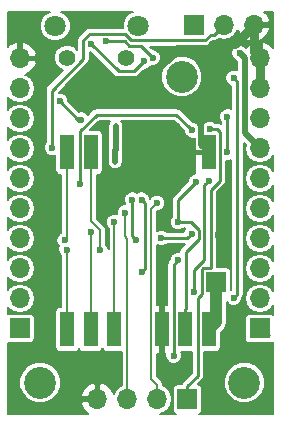
<source format=gbr>
G04 #@! TF.FileFunction,Copper,L2,Bot,Signal*
%FSLAX46Y46*%
G04 Gerber Fmt 4.6, Leading zero omitted, Abs format (unit mm)*
G04 Created by KiCad (PCBNEW 4.0.7-e2-6376~61~ubuntu18.04.1) date Sun Jul  8 15:07:32 2018*
%MOMM*%
%LPD*%
G01*
G04 APERTURE LIST*
%ADD10C,0.100000*%
%ADD11C,1.408000*%
%ADD12C,1.800000*%
%ADD13C,2.700000*%
%ADD14R,1.700000X1.700000*%
%ADD15O,1.700000X1.700000*%
%ADD16R,1.198880X2.999740*%
%ADD17C,0.600000*%
%ADD18C,1.000000*%
%ADD19C,0.500000*%
%ADD20C,0.250000*%
%ADD21C,0.750000*%
%ADD22C,0.200000*%
%ADD23C,1.000000*%
G04 APERTURE END LIST*
D10*
D11*
X116500000Y-132000000D03*
X111500000Y-132000000D03*
D12*
X117500000Y-129300000D03*
X110500000Y-129300000D03*
D13*
X109200000Y-159500000D03*
X126500000Y-159500000D03*
X121200000Y-133600000D03*
D14*
X107500000Y-154900000D03*
D15*
X107500000Y-152360000D03*
X107500000Y-149820000D03*
X107500000Y-147280000D03*
X107500000Y-144740000D03*
X107500000Y-142200000D03*
X107500000Y-139660000D03*
X107500000Y-137120000D03*
X107500000Y-134580000D03*
X107500000Y-132040000D03*
D14*
X127820000Y-154900000D03*
D15*
X127820000Y-152360000D03*
X127820000Y-149820000D03*
X127820000Y-147280000D03*
X127820000Y-144740000D03*
X127820000Y-142200000D03*
X127820000Y-139660000D03*
X127820000Y-137120000D03*
X127820000Y-134580000D03*
X127820000Y-132040000D03*
D14*
X122220000Y-129200000D03*
D15*
X124760000Y-129200000D03*
X127300000Y-129200000D03*
D14*
X121680000Y-160900000D03*
D15*
X119140000Y-160900000D03*
X116600000Y-160900000D03*
X114060000Y-160900000D03*
D14*
X124100000Y-151000000D03*
D16*
X123500000Y-154996160D03*
X121498480Y-154996160D03*
X119499500Y-154996160D03*
X115501540Y-154996160D03*
X113502560Y-154996160D03*
X111501040Y-154996160D03*
X111501040Y-140000000D03*
X113502560Y-140000000D03*
X123500000Y-140000000D03*
D17*
X125047835Y-140000000D03*
X125059481Y-136976997D03*
X112698198Y-137219318D03*
X122442903Y-142473629D03*
X110900000Y-135650000D03*
X120893820Y-145902340D03*
X116500000Y-140800000D03*
X120824274Y-137765965D03*
X124273021Y-147000000D03*
X120500000Y-158900000D03*
X123700000Y-157500000D03*
X110500000Y-145100000D03*
X122799002Y-137550000D03*
X118700000Y-137760000D03*
X119300000Y-148300000D03*
D18*
X113900000Y-133900000D03*
D17*
X123583645Y-138001126D03*
X126100000Y-131600000D03*
X110200000Y-139600000D03*
X118732268Y-131980308D03*
X125600000Y-152300000D03*
X114800000Y-130600000D03*
X125600000Y-133700000D03*
X113500000Y-130800000D03*
X118000000Y-132300000D03*
X123500000Y-142400000D03*
X122200000Y-151800000D03*
X119100000Y-144300000D03*
X116375990Y-145100000D03*
X122085633Y-138144839D03*
X112600000Y-142700000D03*
X115500000Y-145900000D03*
X113500000Y-146700000D03*
X111291520Y-147457063D03*
X111446754Y-148240850D03*
X114300000Y-148300000D03*
X117800000Y-150100000D03*
X117800000Y-144000000D03*
X122027832Y-146875990D03*
X119470028Y-147247488D03*
X117300000Y-147400000D03*
X117000000Y-144000000D03*
X120893820Y-149100200D03*
X120500000Y-157200000D03*
D19*
X115600000Y-139771770D02*
X115600000Y-137800000D01*
X115575560Y-140795320D02*
X115575560Y-139796210D01*
X115575560Y-139796210D02*
X115600000Y-139771770D01*
D20*
X122651834Y-147313169D02*
X121517822Y-148447181D01*
X121517822Y-148447181D02*
X121517822Y-153226948D01*
X122651834Y-146576468D02*
X122651834Y-147313169D01*
X121517822Y-153226948D02*
X121498480Y-153246290D01*
X121498480Y-153246290D02*
X121498480Y-154996160D01*
X120893820Y-145902340D02*
X121977706Y-145902340D01*
X121977706Y-145902340D02*
X122651834Y-146576468D01*
X125059481Y-139988354D02*
X125047835Y-140000000D01*
X125059481Y-136976997D02*
X125059481Y-139988354D01*
X112444318Y-137219318D02*
X112698198Y-137219318D01*
X110900000Y-135650000D02*
X110900000Y-135675000D01*
X110900000Y-135675000D02*
X112444318Y-137219318D01*
X122142904Y-142773628D02*
X122442903Y-142473629D01*
X120893820Y-145902340D02*
X120893820Y-144022712D01*
X120893820Y-144022712D02*
X122142904Y-142773628D01*
D19*
X107920000Y-135000000D02*
X107500000Y-134580000D01*
D20*
X116500000Y-140800000D02*
X116500000Y-141300000D01*
D19*
X122799002Y-137550000D02*
X122834643Y-137585641D01*
X122834643Y-139334643D02*
X123500000Y-140000000D01*
X122834643Y-137585641D02*
X122834643Y-139334643D01*
D21*
X126450001Y-130049999D02*
X127300000Y-129200000D01*
X118088550Y-133900000D02*
X120765538Y-131223012D01*
X125686460Y-130813540D02*
X126450001Y-130049999D01*
X113900000Y-133900000D02*
X118088550Y-133900000D01*
X123878212Y-130813540D02*
X125686460Y-130813540D01*
X123468740Y-131223012D02*
X123878212Y-130813540D01*
X120765538Y-131223012D02*
X123468740Y-131223012D01*
X127820000Y-132040000D02*
X127820000Y-134580000D01*
X127300000Y-129200000D02*
X127300000Y-131520000D01*
X127300000Y-131520000D02*
X127820000Y-132040000D01*
D20*
X121680000Y-160900000D02*
X121680000Y-159800000D01*
X121680000Y-159800000D02*
X122576559Y-158903441D01*
X123649011Y-149825999D02*
X123649011Y-143174513D01*
X124183638Y-138001126D02*
X123583645Y-138001126D01*
X124423441Y-138240929D02*
X124183638Y-138001126D01*
X124423441Y-142400083D02*
X124423441Y-138240929D01*
X123649011Y-143174513D02*
X124423441Y-142400083D01*
X122925999Y-151997523D02*
X122925999Y-149890799D01*
X122576559Y-152346963D02*
X122925999Y-151997523D01*
X122576559Y-158903441D02*
X122576559Y-152346963D01*
X122990799Y-149825999D02*
X123649011Y-149825999D01*
X122925999Y-149890799D02*
X122990799Y-149825999D01*
D19*
X126100000Y-131600000D02*
X126520999Y-132020999D01*
X126520999Y-132020999D02*
X126520999Y-138360999D01*
X126520999Y-138360999D02*
X126970001Y-138810001D01*
X126970001Y-138810001D02*
X127820000Y-139660000D01*
D20*
X123910001Y-130049999D02*
X124760000Y-129200000D01*
X110200000Y-139600000D02*
X110200000Y-134776476D01*
X123653203Y-130049999D02*
X123910001Y-130049999D01*
X116912478Y-130524001D02*
X123179201Y-130524001D01*
X116364475Y-129975998D02*
X116912478Y-130524001D01*
X123179201Y-130524001D02*
X123653203Y-130049999D01*
X113400478Y-129975998D02*
X116364475Y-129975998D01*
X112875998Y-130500478D02*
X113400478Y-129975998D01*
X112875998Y-132100478D02*
X112875998Y-130500478D01*
X110200000Y-134776476D02*
X112875998Y-132100478D01*
X118432269Y-131680309D02*
X118732268Y-131980308D01*
X116353481Y-130600000D02*
X116726493Y-130973012D01*
X116726493Y-130973012D02*
X117724972Y-130973012D01*
X117724972Y-130973012D02*
X118432269Y-131680309D01*
X114800000Y-130600000D02*
X116353481Y-130600000D01*
X125899999Y-133999999D02*
X125600000Y-133700000D01*
X125899999Y-152000001D02*
X125899999Y-133999999D01*
X125600000Y-152300000D02*
X125899999Y-152000001D01*
X123200001Y-142699999D02*
X123500000Y-142400000D01*
X123100845Y-142799155D02*
X123200001Y-142699999D01*
X123100845Y-149080956D02*
X123100845Y-142799155D01*
X122200000Y-149981801D02*
X123100845Y-149080956D01*
X122200000Y-151800000D02*
X122200000Y-149981801D01*
X118000000Y-132300000D02*
X117152220Y-133147780D01*
X117152220Y-133147780D02*
X115847780Y-133147780D01*
X115847780Y-133147780D02*
X113500000Y-130800000D01*
D22*
X118601059Y-144798941D02*
X118601059Y-159158978D01*
X119140000Y-159697919D02*
X119140000Y-160900000D01*
X118601059Y-159158978D02*
X119140000Y-159697919D01*
X119100000Y-144300000D02*
X118601059Y-144798941D01*
X116375990Y-145524264D02*
X116375990Y-145100000D01*
X116600000Y-147299642D02*
X116375990Y-147075632D01*
X116375990Y-147075632D02*
X116375990Y-145524264D01*
X116600000Y-160900000D02*
X116600000Y-147299642D01*
D23*
X124100000Y-151000000D02*
X124100000Y-154396160D01*
X124100000Y-154396160D02*
X123500000Y-154996160D01*
D20*
X112579119Y-142254855D02*
X112579119Y-138220881D01*
X112600000Y-142275736D02*
X112579119Y-142254855D01*
X112600000Y-142700000D02*
X112600000Y-142275736D01*
X121785634Y-137844840D02*
X122085633Y-138144839D01*
X120740794Y-136800000D02*
X121785634Y-137844840D01*
X112579119Y-138220881D02*
X114000000Y-136800000D01*
X114000000Y-136800000D02*
X120740794Y-136800000D01*
D22*
X115500000Y-145900000D02*
X115500000Y-154994620D01*
X115500000Y-154994620D02*
X115501540Y-154996160D01*
X113500000Y-146700000D02*
X113500000Y-154993600D01*
X113500000Y-154993600D02*
X113502560Y-154996160D01*
X111501040Y-147247543D02*
X111291520Y-147457063D01*
X111501040Y-140000000D02*
X111501040Y-147247543D01*
X111501040Y-148295136D02*
X111446754Y-148240850D01*
X111501040Y-154996160D02*
X111501040Y-148295136D01*
X113502560Y-140000000D02*
X113502560Y-145816038D01*
X113502560Y-145816038D02*
X114300000Y-146613478D01*
X114300000Y-146613478D02*
X114300000Y-148300000D01*
X128498600Y-155501400D02*
X128698600Y-155501400D01*
D20*
X118099999Y-144299999D02*
X118099999Y-149800001D01*
X118099999Y-149800001D02*
X117800000Y-150100000D01*
X117800000Y-144000000D02*
X118099999Y-144299999D01*
X121727833Y-147175989D02*
X122027832Y-146875990D01*
X119470028Y-147247488D02*
X121656334Y-147247488D01*
X121656334Y-147247488D02*
X121727833Y-147175989D01*
X117000000Y-144000000D02*
X117000000Y-147100000D01*
X117000000Y-147100000D02*
X117300000Y-147400000D01*
X120500000Y-157200000D02*
X120500000Y-149494020D01*
X120500000Y-149494020D02*
X120893820Y-149100200D01*
D22*
G36*
X126510382Y-139269621D02*
X126510385Y-139269623D01*
X126604451Y-139363689D01*
X126545511Y-139660000D01*
X126640662Y-140138354D01*
X126911628Y-140543883D01*
X127317157Y-140814849D01*
X127795511Y-140910000D01*
X127844489Y-140910000D01*
X128322843Y-140814849D01*
X128728372Y-140543883D01*
X128925000Y-140249609D01*
X128925000Y-141610391D01*
X128728372Y-141316117D01*
X128322843Y-141045151D01*
X127844489Y-140950000D01*
X127795511Y-140950000D01*
X127317157Y-141045151D01*
X126911628Y-141316117D01*
X126640662Y-141721646D01*
X126545511Y-142200000D01*
X126640662Y-142678354D01*
X126911628Y-143083883D01*
X127317157Y-143354849D01*
X127795511Y-143450000D01*
X127844489Y-143450000D01*
X128322843Y-143354849D01*
X128728372Y-143083883D01*
X128925000Y-142789609D01*
X128925000Y-144150391D01*
X128728372Y-143856117D01*
X128322843Y-143585151D01*
X127844489Y-143490000D01*
X127795511Y-143490000D01*
X127317157Y-143585151D01*
X126911628Y-143856117D01*
X126640662Y-144261646D01*
X126545511Y-144740000D01*
X126640662Y-145218354D01*
X126911628Y-145623883D01*
X127317157Y-145894849D01*
X127795511Y-145990000D01*
X127844489Y-145990000D01*
X128322843Y-145894849D01*
X128728372Y-145623883D01*
X128925000Y-145329609D01*
X128925000Y-146690391D01*
X128728372Y-146396117D01*
X128322843Y-146125151D01*
X127844489Y-146030000D01*
X127795511Y-146030000D01*
X127317157Y-146125151D01*
X126911628Y-146396117D01*
X126640662Y-146801646D01*
X126545511Y-147280000D01*
X126640662Y-147758354D01*
X126911628Y-148163883D01*
X127317157Y-148434849D01*
X127795511Y-148530000D01*
X127844489Y-148530000D01*
X128322843Y-148434849D01*
X128728372Y-148163883D01*
X128925000Y-147869609D01*
X128925000Y-149230391D01*
X128728372Y-148936117D01*
X128322843Y-148665151D01*
X127844489Y-148570000D01*
X127795511Y-148570000D01*
X127317157Y-148665151D01*
X126911628Y-148936117D01*
X126640662Y-149341646D01*
X126545511Y-149820000D01*
X126640662Y-150298354D01*
X126911628Y-150703883D01*
X127317157Y-150974849D01*
X127795511Y-151070000D01*
X127844489Y-151070000D01*
X128322843Y-150974849D01*
X128728372Y-150703883D01*
X128925000Y-150409609D01*
X128925000Y-151770391D01*
X128728372Y-151476117D01*
X128322843Y-151205151D01*
X127844489Y-151110000D01*
X127795511Y-151110000D01*
X127317157Y-151205151D01*
X126911628Y-151476117D01*
X126640662Y-151881646D01*
X126545511Y-152360000D01*
X126640662Y-152838354D01*
X126911628Y-153243883D01*
X127317157Y-153514849D01*
X127795511Y-153610000D01*
X127844489Y-153610000D01*
X128322843Y-153514849D01*
X128728372Y-153243883D01*
X128925000Y-152949609D01*
X128925000Y-153740115D01*
X128828671Y-153674296D01*
X128670000Y-153642164D01*
X126970000Y-153642164D01*
X126821769Y-153670056D01*
X126685628Y-153757660D01*
X126594296Y-153891329D01*
X126562164Y-154050000D01*
X126562164Y-155750000D01*
X126590056Y-155898231D01*
X126677660Y-156034372D01*
X126811329Y-156125704D01*
X126970000Y-156157836D01*
X128670000Y-156157836D01*
X128818231Y-156129944D01*
X128925000Y-156061240D01*
X128925000Y-162125000D01*
X122685914Y-162125000D01*
X122814372Y-162042340D01*
X122905704Y-161908671D01*
X122937836Y-161750000D01*
X122937836Y-160050000D01*
X122909944Y-159901769D01*
X122874424Y-159846569D01*
X124749696Y-159846569D01*
X125015557Y-160490001D01*
X125507410Y-160982713D01*
X126150376Y-161249696D01*
X126846569Y-161250304D01*
X127490001Y-160984443D01*
X127982713Y-160492590D01*
X128249696Y-159849624D01*
X128250304Y-159153431D01*
X127984443Y-158509999D01*
X127492590Y-158017287D01*
X126849624Y-157750304D01*
X126153431Y-157749696D01*
X125509999Y-158015557D01*
X125017287Y-158507410D01*
X124750304Y-159150376D01*
X124749696Y-159846569D01*
X122874424Y-159846569D01*
X122822340Y-159765628D01*
X122688671Y-159674296D01*
X122571828Y-159650634D01*
X122947790Y-159274672D01*
X123061596Y-159104350D01*
X123101559Y-158903441D01*
X123101559Y-156903866D01*
X124099440Y-156903866D01*
X124247671Y-156875974D01*
X124383812Y-156788370D01*
X124475144Y-156654701D01*
X124507276Y-156496030D01*
X124507276Y-155261676D01*
X124736396Y-155032556D01*
X124931492Y-154740576D01*
X125000000Y-154396160D01*
X125000000Y-152680939D01*
X125006223Y-152696000D01*
X125202964Y-152893085D01*
X125460150Y-152999878D01*
X125738628Y-153000121D01*
X125996000Y-152893777D01*
X126193085Y-152697036D01*
X126299878Y-152439850D01*
X126299975Y-152328212D01*
X126385036Y-152200910D01*
X126424999Y-152000001D01*
X126424999Y-139184238D01*
X126510382Y-139269621D01*
X126510382Y-139269621D01*
G37*
X126510382Y-139269621D02*
X126510385Y-139269623D01*
X126604451Y-139363689D01*
X126545511Y-139660000D01*
X126640662Y-140138354D01*
X126911628Y-140543883D01*
X127317157Y-140814849D01*
X127795511Y-140910000D01*
X127844489Y-140910000D01*
X128322843Y-140814849D01*
X128728372Y-140543883D01*
X128925000Y-140249609D01*
X128925000Y-141610391D01*
X128728372Y-141316117D01*
X128322843Y-141045151D01*
X127844489Y-140950000D01*
X127795511Y-140950000D01*
X127317157Y-141045151D01*
X126911628Y-141316117D01*
X126640662Y-141721646D01*
X126545511Y-142200000D01*
X126640662Y-142678354D01*
X126911628Y-143083883D01*
X127317157Y-143354849D01*
X127795511Y-143450000D01*
X127844489Y-143450000D01*
X128322843Y-143354849D01*
X128728372Y-143083883D01*
X128925000Y-142789609D01*
X128925000Y-144150391D01*
X128728372Y-143856117D01*
X128322843Y-143585151D01*
X127844489Y-143490000D01*
X127795511Y-143490000D01*
X127317157Y-143585151D01*
X126911628Y-143856117D01*
X126640662Y-144261646D01*
X126545511Y-144740000D01*
X126640662Y-145218354D01*
X126911628Y-145623883D01*
X127317157Y-145894849D01*
X127795511Y-145990000D01*
X127844489Y-145990000D01*
X128322843Y-145894849D01*
X128728372Y-145623883D01*
X128925000Y-145329609D01*
X128925000Y-146690391D01*
X128728372Y-146396117D01*
X128322843Y-146125151D01*
X127844489Y-146030000D01*
X127795511Y-146030000D01*
X127317157Y-146125151D01*
X126911628Y-146396117D01*
X126640662Y-146801646D01*
X126545511Y-147280000D01*
X126640662Y-147758354D01*
X126911628Y-148163883D01*
X127317157Y-148434849D01*
X127795511Y-148530000D01*
X127844489Y-148530000D01*
X128322843Y-148434849D01*
X128728372Y-148163883D01*
X128925000Y-147869609D01*
X128925000Y-149230391D01*
X128728372Y-148936117D01*
X128322843Y-148665151D01*
X127844489Y-148570000D01*
X127795511Y-148570000D01*
X127317157Y-148665151D01*
X126911628Y-148936117D01*
X126640662Y-149341646D01*
X126545511Y-149820000D01*
X126640662Y-150298354D01*
X126911628Y-150703883D01*
X127317157Y-150974849D01*
X127795511Y-151070000D01*
X127844489Y-151070000D01*
X128322843Y-150974849D01*
X128728372Y-150703883D01*
X128925000Y-150409609D01*
X128925000Y-151770391D01*
X128728372Y-151476117D01*
X128322843Y-151205151D01*
X127844489Y-151110000D01*
X127795511Y-151110000D01*
X127317157Y-151205151D01*
X126911628Y-151476117D01*
X126640662Y-151881646D01*
X126545511Y-152360000D01*
X126640662Y-152838354D01*
X126911628Y-153243883D01*
X127317157Y-153514849D01*
X127795511Y-153610000D01*
X127844489Y-153610000D01*
X128322843Y-153514849D01*
X128728372Y-153243883D01*
X128925000Y-152949609D01*
X128925000Y-153740115D01*
X128828671Y-153674296D01*
X128670000Y-153642164D01*
X126970000Y-153642164D01*
X126821769Y-153670056D01*
X126685628Y-153757660D01*
X126594296Y-153891329D01*
X126562164Y-154050000D01*
X126562164Y-155750000D01*
X126590056Y-155898231D01*
X126677660Y-156034372D01*
X126811329Y-156125704D01*
X126970000Y-156157836D01*
X128670000Y-156157836D01*
X128818231Y-156129944D01*
X128925000Y-156061240D01*
X128925000Y-162125000D01*
X122685914Y-162125000D01*
X122814372Y-162042340D01*
X122905704Y-161908671D01*
X122937836Y-161750000D01*
X122937836Y-160050000D01*
X122909944Y-159901769D01*
X122874424Y-159846569D01*
X124749696Y-159846569D01*
X125015557Y-160490001D01*
X125507410Y-160982713D01*
X126150376Y-161249696D01*
X126846569Y-161250304D01*
X127490001Y-160984443D01*
X127982713Y-160492590D01*
X128249696Y-159849624D01*
X128250304Y-159153431D01*
X127984443Y-158509999D01*
X127492590Y-158017287D01*
X126849624Y-157750304D01*
X126153431Y-157749696D01*
X125509999Y-158015557D01*
X125017287Y-158507410D01*
X124750304Y-159150376D01*
X124749696Y-159846569D01*
X122874424Y-159846569D01*
X122822340Y-159765628D01*
X122688671Y-159674296D01*
X122571828Y-159650634D01*
X122947790Y-159274672D01*
X123061596Y-159104350D01*
X123101559Y-158903441D01*
X123101559Y-156903866D01*
X124099440Y-156903866D01*
X124247671Y-156875974D01*
X124383812Y-156788370D01*
X124475144Y-156654701D01*
X124507276Y-156496030D01*
X124507276Y-155261676D01*
X124736396Y-155032556D01*
X124931492Y-154740576D01*
X125000000Y-154396160D01*
X125000000Y-152680939D01*
X125006223Y-152696000D01*
X125202964Y-152893085D01*
X125460150Y-152999878D01*
X125738628Y-153000121D01*
X125996000Y-152893777D01*
X126193085Y-152697036D01*
X126299878Y-152439850D01*
X126299975Y-152328212D01*
X126385036Y-152200910D01*
X126424999Y-152000001D01*
X126424999Y-139184238D01*
X126510382Y-139269621D01*
G36*
X121146591Y-148075950D02*
X121032785Y-148246272D01*
X121002148Y-148400294D01*
X120755192Y-148400079D01*
X120497820Y-148506423D01*
X120300735Y-148703164D01*
X120193942Y-148960350D01*
X120193857Y-149057701D01*
X120128769Y-149122789D01*
X120014963Y-149293111D01*
X119975000Y-149494020D01*
X119975000Y-152888290D01*
X119805500Y-152888290D01*
X119653500Y-153040290D01*
X119653500Y-154842160D01*
X119673500Y-154842160D01*
X119673500Y-155150160D01*
X119653500Y-155150160D01*
X119653500Y-156952030D01*
X119800088Y-157098618D01*
X119799879Y-157338628D01*
X119906223Y-157596000D01*
X120102964Y-157793085D01*
X120360150Y-157899878D01*
X120638628Y-157900121D01*
X120896000Y-157793777D01*
X121093085Y-157597036D01*
X121199878Y-157339850D01*
X121200121Y-157061372D01*
X121135041Y-156903866D01*
X122051559Y-156903866D01*
X122051559Y-158685979D01*
X121308769Y-159428769D01*
X121194963Y-159599091D01*
X121186395Y-159642164D01*
X120830000Y-159642164D01*
X120681769Y-159670056D01*
X120545628Y-159757660D01*
X120454296Y-159891329D01*
X120422164Y-160050000D01*
X120422164Y-161750000D01*
X120450056Y-161898231D01*
X120537660Y-162034372D01*
X120670299Y-162125000D01*
X119388797Y-162125000D01*
X119618354Y-162079338D01*
X120023883Y-161808372D01*
X120294849Y-161402843D01*
X120390000Y-160924489D01*
X120390000Y-160875511D01*
X120294849Y-160397157D01*
X120023883Y-159991628D01*
X119640000Y-159735125D01*
X119640000Y-159697919D01*
X119601940Y-159506577D01*
X119549731Y-159428441D01*
X119493554Y-159344366D01*
X119101059Y-158951872D01*
X119101059Y-157104030D01*
X119193500Y-157104030D01*
X119345500Y-156952030D01*
X119345500Y-155150160D01*
X119325500Y-155150160D01*
X119325500Y-154842160D01*
X119345500Y-154842160D01*
X119345500Y-153040290D01*
X119193500Y-152888290D01*
X119101059Y-152888290D01*
X119101059Y-147852227D01*
X119330178Y-147947366D01*
X119608656Y-147947609D01*
X119866028Y-147841265D01*
X119934925Y-147772488D01*
X121450053Y-147772488D01*
X121146591Y-148075950D01*
X121146591Y-148075950D01*
G37*
X121146591Y-148075950D02*
X121032785Y-148246272D01*
X121002148Y-148400294D01*
X120755192Y-148400079D01*
X120497820Y-148506423D01*
X120300735Y-148703164D01*
X120193942Y-148960350D01*
X120193857Y-149057701D01*
X120128769Y-149122789D01*
X120014963Y-149293111D01*
X119975000Y-149494020D01*
X119975000Y-152888290D01*
X119805500Y-152888290D01*
X119653500Y-153040290D01*
X119653500Y-154842160D01*
X119673500Y-154842160D01*
X119673500Y-155150160D01*
X119653500Y-155150160D01*
X119653500Y-156952030D01*
X119800088Y-157098618D01*
X119799879Y-157338628D01*
X119906223Y-157596000D01*
X120102964Y-157793085D01*
X120360150Y-157899878D01*
X120638628Y-157900121D01*
X120896000Y-157793777D01*
X121093085Y-157597036D01*
X121199878Y-157339850D01*
X121200121Y-157061372D01*
X121135041Y-156903866D01*
X122051559Y-156903866D01*
X122051559Y-158685979D01*
X121308769Y-159428769D01*
X121194963Y-159599091D01*
X121186395Y-159642164D01*
X120830000Y-159642164D01*
X120681769Y-159670056D01*
X120545628Y-159757660D01*
X120454296Y-159891329D01*
X120422164Y-160050000D01*
X120422164Y-161750000D01*
X120450056Y-161898231D01*
X120537660Y-162034372D01*
X120670299Y-162125000D01*
X119388797Y-162125000D01*
X119618354Y-162079338D01*
X120023883Y-161808372D01*
X120294849Y-161402843D01*
X120390000Y-160924489D01*
X120390000Y-160875511D01*
X120294849Y-160397157D01*
X120023883Y-159991628D01*
X119640000Y-159735125D01*
X119640000Y-159697919D01*
X119601940Y-159506577D01*
X119549731Y-159428441D01*
X119493554Y-159344366D01*
X119101059Y-158951872D01*
X119101059Y-157104030D01*
X119193500Y-157104030D01*
X119345500Y-156952030D01*
X119345500Y-155150160D01*
X119325500Y-155150160D01*
X119325500Y-154842160D01*
X119345500Y-154842160D01*
X119345500Y-153040290D01*
X119193500Y-152888290D01*
X119101059Y-152888290D01*
X119101059Y-147852227D01*
X119330178Y-147947366D01*
X119608656Y-147947609D01*
X119866028Y-147841265D01*
X119934925Y-147772488D01*
X121450053Y-147772488D01*
X121146591Y-148075950D01*
G36*
X109764571Y-128197271D02*
X109398556Y-128562647D01*
X109200226Y-129040279D01*
X109199774Y-129557452D01*
X109397271Y-130035429D01*
X109762647Y-130401444D01*
X110240279Y-130599774D01*
X110757452Y-130600226D01*
X111235429Y-130402729D01*
X111601444Y-130037353D01*
X111799774Y-129559721D01*
X111800226Y-129042548D01*
X111602729Y-128564571D01*
X111237353Y-128198556D01*
X110939797Y-128075000D01*
X117060488Y-128075000D01*
X116764571Y-128197271D01*
X116398556Y-128562647D01*
X116200226Y-129040279D01*
X116199867Y-129450998D01*
X113400478Y-129450998D01*
X113199569Y-129490961D01*
X113029247Y-129604767D01*
X112504767Y-130129247D01*
X112390961Y-130299569D01*
X112350998Y-130500478D01*
X112350998Y-131289828D01*
X112126182Y-131064620D01*
X111720563Y-130896192D01*
X111281364Y-130895808D01*
X110875451Y-131063528D01*
X110564620Y-131373818D01*
X110396192Y-131779437D01*
X110395808Y-132218636D01*
X110563528Y-132624549D01*
X110873818Y-132935380D01*
X111173991Y-133060023D01*
X109828769Y-134405245D01*
X109714963Y-134575567D01*
X109675000Y-134776476D01*
X109675000Y-139134998D01*
X109606915Y-139202964D01*
X109500122Y-139460150D01*
X109499879Y-139738628D01*
X109606223Y-139996000D01*
X109802964Y-140193085D01*
X110060150Y-140299878D01*
X110338628Y-140300121D01*
X110493764Y-140236020D01*
X110493764Y-141499870D01*
X110521656Y-141648101D01*
X110609260Y-141784242D01*
X110742929Y-141875574D01*
X110901600Y-141907706D01*
X111001040Y-141907706D01*
X111001040Y-146819686D01*
X110895520Y-146863286D01*
X110698435Y-147060027D01*
X110591642Y-147317213D01*
X110591399Y-147595691D01*
X110697743Y-147853063D01*
X110805151Y-147960659D01*
X110746876Y-148101000D01*
X110746633Y-148379478D01*
X110852977Y-148636850D01*
X111001040Y-148785172D01*
X111001040Y-153088454D01*
X110901600Y-153088454D01*
X110753369Y-153116346D01*
X110617228Y-153203950D01*
X110525896Y-153337619D01*
X110493764Y-153496290D01*
X110493764Y-156496030D01*
X110521656Y-156644261D01*
X110609260Y-156780402D01*
X110742929Y-156871734D01*
X110901600Y-156903866D01*
X112100480Y-156903866D01*
X112248711Y-156875974D01*
X112384852Y-156788370D01*
X112476184Y-156654701D01*
X112501561Y-156529388D01*
X112523176Y-156644261D01*
X112610780Y-156780402D01*
X112744449Y-156871734D01*
X112903120Y-156903866D01*
X114102000Y-156903866D01*
X114250231Y-156875974D01*
X114386372Y-156788370D01*
X114477704Y-156654701D01*
X114501764Y-156535889D01*
X114522156Y-156644261D01*
X114609760Y-156780402D01*
X114743429Y-156871734D01*
X114902100Y-156903866D01*
X116100000Y-156903866D01*
X116100000Y-159735125D01*
X115716117Y-159991628D01*
X115445151Y-160397157D01*
X115434101Y-160452710D01*
X115215741Y-160011146D01*
X114787616Y-159636523D01*
X114438910Y-159492097D01*
X114214000Y-159603111D01*
X114214000Y-160746000D01*
X114234000Y-160746000D01*
X114234000Y-161054000D01*
X114214000Y-161054000D01*
X114214000Y-161074000D01*
X113906000Y-161074000D01*
X113906000Y-161054000D01*
X112762144Y-161054000D01*
X112652085Y-161278911D01*
X112904259Y-161788854D01*
X113288412Y-162125000D01*
X106475000Y-162125000D01*
X106475000Y-159846569D01*
X107449696Y-159846569D01*
X107715557Y-160490001D01*
X108207410Y-160982713D01*
X108850376Y-161249696D01*
X109546569Y-161250304D01*
X110190001Y-160984443D01*
X110654164Y-160521089D01*
X112652085Y-160521089D01*
X112762144Y-160746000D01*
X113906000Y-160746000D01*
X113906000Y-159603111D01*
X113681090Y-159492097D01*
X113332384Y-159636523D01*
X112904259Y-160011146D01*
X112652085Y-160521089D01*
X110654164Y-160521089D01*
X110682713Y-160492590D01*
X110949696Y-159849624D01*
X110950304Y-159153431D01*
X110684443Y-158509999D01*
X110192590Y-158017287D01*
X109549624Y-157750304D01*
X108853431Y-157749696D01*
X108209999Y-158015557D01*
X107717287Y-158507410D01*
X107450304Y-159150376D01*
X107449696Y-159846569D01*
X106475000Y-159846569D01*
X106475000Y-156114547D01*
X106491329Y-156125704D01*
X106650000Y-156157836D01*
X108350000Y-156157836D01*
X108498231Y-156129944D01*
X108634372Y-156042340D01*
X108725704Y-155908671D01*
X108757836Y-155750000D01*
X108757836Y-154050000D01*
X108729944Y-153901769D01*
X108642340Y-153765628D01*
X108508671Y-153674296D01*
X108350000Y-153642164D01*
X106650000Y-153642164D01*
X106501769Y-153670056D01*
X106475000Y-153687281D01*
X106475000Y-153069337D01*
X106591628Y-153243883D01*
X106997157Y-153514849D01*
X107475511Y-153610000D01*
X107524489Y-153610000D01*
X108002843Y-153514849D01*
X108408372Y-153243883D01*
X108679338Y-152838354D01*
X108774489Y-152360000D01*
X108679338Y-151881646D01*
X108408372Y-151476117D01*
X108002843Y-151205151D01*
X107524489Y-151110000D01*
X107475511Y-151110000D01*
X106997157Y-151205151D01*
X106591628Y-151476117D01*
X106475000Y-151650663D01*
X106475000Y-150529337D01*
X106591628Y-150703883D01*
X106997157Y-150974849D01*
X107475511Y-151070000D01*
X107524489Y-151070000D01*
X108002843Y-150974849D01*
X108408372Y-150703883D01*
X108679338Y-150298354D01*
X108774489Y-149820000D01*
X108679338Y-149341646D01*
X108408372Y-148936117D01*
X108002843Y-148665151D01*
X107524489Y-148570000D01*
X107475511Y-148570000D01*
X106997157Y-148665151D01*
X106591628Y-148936117D01*
X106475000Y-149110663D01*
X106475000Y-147989337D01*
X106591628Y-148163883D01*
X106997157Y-148434849D01*
X107475511Y-148530000D01*
X107524489Y-148530000D01*
X108002843Y-148434849D01*
X108408372Y-148163883D01*
X108679338Y-147758354D01*
X108774489Y-147280000D01*
X108679338Y-146801646D01*
X108408372Y-146396117D01*
X108002843Y-146125151D01*
X107524489Y-146030000D01*
X107475511Y-146030000D01*
X106997157Y-146125151D01*
X106591628Y-146396117D01*
X106475000Y-146570663D01*
X106475000Y-145449337D01*
X106591628Y-145623883D01*
X106997157Y-145894849D01*
X107475511Y-145990000D01*
X107524489Y-145990000D01*
X108002843Y-145894849D01*
X108408372Y-145623883D01*
X108679338Y-145218354D01*
X108774489Y-144740000D01*
X108679338Y-144261646D01*
X108408372Y-143856117D01*
X108002843Y-143585151D01*
X107524489Y-143490000D01*
X107475511Y-143490000D01*
X106997157Y-143585151D01*
X106591628Y-143856117D01*
X106475000Y-144030663D01*
X106475000Y-142909337D01*
X106591628Y-143083883D01*
X106997157Y-143354849D01*
X107475511Y-143450000D01*
X107524489Y-143450000D01*
X108002843Y-143354849D01*
X108408372Y-143083883D01*
X108679338Y-142678354D01*
X108774489Y-142200000D01*
X108679338Y-141721646D01*
X108408372Y-141316117D01*
X108002843Y-141045151D01*
X107524489Y-140950000D01*
X107475511Y-140950000D01*
X106997157Y-141045151D01*
X106591628Y-141316117D01*
X106475000Y-141490663D01*
X106475000Y-140369337D01*
X106591628Y-140543883D01*
X106997157Y-140814849D01*
X107475511Y-140910000D01*
X107524489Y-140910000D01*
X108002843Y-140814849D01*
X108408372Y-140543883D01*
X108679338Y-140138354D01*
X108774489Y-139660000D01*
X108679338Y-139181646D01*
X108408372Y-138776117D01*
X108002843Y-138505151D01*
X107524489Y-138410000D01*
X107475511Y-138410000D01*
X106997157Y-138505151D01*
X106591628Y-138776117D01*
X106475000Y-138950663D01*
X106475000Y-137829337D01*
X106591628Y-138003883D01*
X106997157Y-138274849D01*
X107475511Y-138370000D01*
X107524489Y-138370000D01*
X108002843Y-138274849D01*
X108408372Y-138003883D01*
X108679338Y-137598354D01*
X108774489Y-137120000D01*
X108679338Y-136641646D01*
X108408372Y-136236117D01*
X108002843Y-135965151D01*
X107524489Y-135870000D01*
X107475511Y-135870000D01*
X106997157Y-135965151D01*
X106591628Y-136236117D01*
X106475000Y-136410663D01*
X106475000Y-135289337D01*
X106591628Y-135463883D01*
X106997157Y-135734849D01*
X107475511Y-135830000D01*
X107524489Y-135830000D01*
X108002843Y-135734849D01*
X108408372Y-135463883D01*
X108679338Y-135058354D01*
X108774489Y-134580000D01*
X108679338Y-134101646D01*
X108408372Y-133696117D01*
X108002843Y-133425151D01*
X107947290Y-133414101D01*
X108388854Y-133195741D01*
X108763477Y-132767616D01*
X108907903Y-132418910D01*
X108796889Y-132194000D01*
X107654000Y-132194000D01*
X107654000Y-132214000D01*
X107346000Y-132214000D01*
X107346000Y-132194000D01*
X107326000Y-132194000D01*
X107326000Y-131886000D01*
X107346000Y-131886000D01*
X107346000Y-130742144D01*
X107654000Y-130742144D01*
X107654000Y-131886000D01*
X108796889Y-131886000D01*
X108907903Y-131661090D01*
X108763477Y-131312384D01*
X108388854Y-130884259D01*
X107878911Y-130632085D01*
X107654000Y-130742144D01*
X107346000Y-130742144D01*
X107121089Y-130632085D01*
X106611146Y-130884259D01*
X106475000Y-131039849D01*
X106475000Y-128075000D01*
X110060488Y-128075000D01*
X109764571Y-128197271D01*
X109764571Y-128197271D01*
G37*
X109764571Y-128197271D02*
X109398556Y-128562647D01*
X109200226Y-129040279D01*
X109199774Y-129557452D01*
X109397271Y-130035429D01*
X109762647Y-130401444D01*
X110240279Y-130599774D01*
X110757452Y-130600226D01*
X111235429Y-130402729D01*
X111601444Y-130037353D01*
X111799774Y-129559721D01*
X111800226Y-129042548D01*
X111602729Y-128564571D01*
X111237353Y-128198556D01*
X110939797Y-128075000D01*
X117060488Y-128075000D01*
X116764571Y-128197271D01*
X116398556Y-128562647D01*
X116200226Y-129040279D01*
X116199867Y-129450998D01*
X113400478Y-129450998D01*
X113199569Y-129490961D01*
X113029247Y-129604767D01*
X112504767Y-130129247D01*
X112390961Y-130299569D01*
X112350998Y-130500478D01*
X112350998Y-131289828D01*
X112126182Y-131064620D01*
X111720563Y-130896192D01*
X111281364Y-130895808D01*
X110875451Y-131063528D01*
X110564620Y-131373818D01*
X110396192Y-131779437D01*
X110395808Y-132218636D01*
X110563528Y-132624549D01*
X110873818Y-132935380D01*
X111173991Y-133060023D01*
X109828769Y-134405245D01*
X109714963Y-134575567D01*
X109675000Y-134776476D01*
X109675000Y-139134998D01*
X109606915Y-139202964D01*
X109500122Y-139460150D01*
X109499879Y-139738628D01*
X109606223Y-139996000D01*
X109802964Y-140193085D01*
X110060150Y-140299878D01*
X110338628Y-140300121D01*
X110493764Y-140236020D01*
X110493764Y-141499870D01*
X110521656Y-141648101D01*
X110609260Y-141784242D01*
X110742929Y-141875574D01*
X110901600Y-141907706D01*
X111001040Y-141907706D01*
X111001040Y-146819686D01*
X110895520Y-146863286D01*
X110698435Y-147060027D01*
X110591642Y-147317213D01*
X110591399Y-147595691D01*
X110697743Y-147853063D01*
X110805151Y-147960659D01*
X110746876Y-148101000D01*
X110746633Y-148379478D01*
X110852977Y-148636850D01*
X111001040Y-148785172D01*
X111001040Y-153088454D01*
X110901600Y-153088454D01*
X110753369Y-153116346D01*
X110617228Y-153203950D01*
X110525896Y-153337619D01*
X110493764Y-153496290D01*
X110493764Y-156496030D01*
X110521656Y-156644261D01*
X110609260Y-156780402D01*
X110742929Y-156871734D01*
X110901600Y-156903866D01*
X112100480Y-156903866D01*
X112248711Y-156875974D01*
X112384852Y-156788370D01*
X112476184Y-156654701D01*
X112501561Y-156529388D01*
X112523176Y-156644261D01*
X112610780Y-156780402D01*
X112744449Y-156871734D01*
X112903120Y-156903866D01*
X114102000Y-156903866D01*
X114250231Y-156875974D01*
X114386372Y-156788370D01*
X114477704Y-156654701D01*
X114501764Y-156535889D01*
X114522156Y-156644261D01*
X114609760Y-156780402D01*
X114743429Y-156871734D01*
X114902100Y-156903866D01*
X116100000Y-156903866D01*
X116100000Y-159735125D01*
X115716117Y-159991628D01*
X115445151Y-160397157D01*
X115434101Y-160452710D01*
X115215741Y-160011146D01*
X114787616Y-159636523D01*
X114438910Y-159492097D01*
X114214000Y-159603111D01*
X114214000Y-160746000D01*
X114234000Y-160746000D01*
X114234000Y-161054000D01*
X114214000Y-161054000D01*
X114214000Y-161074000D01*
X113906000Y-161074000D01*
X113906000Y-161054000D01*
X112762144Y-161054000D01*
X112652085Y-161278911D01*
X112904259Y-161788854D01*
X113288412Y-162125000D01*
X106475000Y-162125000D01*
X106475000Y-159846569D01*
X107449696Y-159846569D01*
X107715557Y-160490001D01*
X108207410Y-160982713D01*
X108850376Y-161249696D01*
X109546569Y-161250304D01*
X110190001Y-160984443D01*
X110654164Y-160521089D01*
X112652085Y-160521089D01*
X112762144Y-160746000D01*
X113906000Y-160746000D01*
X113906000Y-159603111D01*
X113681090Y-159492097D01*
X113332384Y-159636523D01*
X112904259Y-160011146D01*
X112652085Y-160521089D01*
X110654164Y-160521089D01*
X110682713Y-160492590D01*
X110949696Y-159849624D01*
X110950304Y-159153431D01*
X110684443Y-158509999D01*
X110192590Y-158017287D01*
X109549624Y-157750304D01*
X108853431Y-157749696D01*
X108209999Y-158015557D01*
X107717287Y-158507410D01*
X107450304Y-159150376D01*
X107449696Y-159846569D01*
X106475000Y-159846569D01*
X106475000Y-156114547D01*
X106491329Y-156125704D01*
X106650000Y-156157836D01*
X108350000Y-156157836D01*
X108498231Y-156129944D01*
X108634372Y-156042340D01*
X108725704Y-155908671D01*
X108757836Y-155750000D01*
X108757836Y-154050000D01*
X108729944Y-153901769D01*
X108642340Y-153765628D01*
X108508671Y-153674296D01*
X108350000Y-153642164D01*
X106650000Y-153642164D01*
X106501769Y-153670056D01*
X106475000Y-153687281D01*
X106475000Y-153069337D01*
X106591628Y-153243883D01*
X106997157Y-153514849D01*
X107475511Y-153610000D01*
X107524489Y-153610000D01*
X108002843Y-153514849D01*
X108408372Y-153243883D01*
X108679338Y-152838354D01*
X108774489Y-152360000D01*
X108679338Y-151881646D01*
X108408372Y-151476117D01*
X108002843Y-151205151D01*
X107524489Y-151110000D01*
X107475511Y-151110000D01*
X106997157Y-151205151D01*
X106591628Y-151476117D01*
X106475000Y-151650663D01*
X106475000Y-150529337D01*
X106591628Y-150703883D01*
X106997157Y-150974849D01*
X107475511Y-151070000D01*
X107524489Y-151070000D01*
X108002843Y-150974849D01*
X108408372Y-150703883D01*
X108679338Y-150298354D01*
X108774489Y-149820000D01*
X108679338Y-149341646D01*
X108408372Y-148936117D01*
X108002843Y-148665151D01*
X107524489Y-148570000D01*
X107475511Y-148570000D01*
X106997157Y-148665151D01*
X106591628Y-148936117D01*
X106475000Y-149110663D01*
X106475000Y-147989337D01*
X106591628Y-148163883D01*
X106997157Y-148434849D01*
X107475511Y-148530000D01*
X107524489Y-148530000D01*
X108002843Y-148434849D01*
X108408372Y-148163883D01*
X108679338Y-147758354D01*
X108774489Y-147280000D01*
X108679338Y-146801646D01*
X108408372Y-146396117D01*
X108002843Y-146125151D01*
X107524489Y-146030000D01*
X107475511Y-146030000D01*
X106997157Y-146125151D01*
X106591628Y-146396117D01*
X106475000Y-146570663D01*
X106475000Y-145449337D01*
X106591628Y-145623883D01*
X106997157Y-145894849D01*
X107475511Y-145990000D01*
X107524489Y-145990000D01*
X108002843Y-145894849D01*
X108408372Y-145623883D01*
X108679338Y-145218354D01*
X108774489Y-144740000D01*
X108679338Y-144261646D01*
X108408372Y-143856117D01*
X108002843Y-143585151D01*
X107524489Y-143490000D01*
X107475511Y-143490000D01*
X106997157Y-143585151D01*
X106591628Y-143856117D01*
X106475000Y-144030663D01*
X106475000Y-142909337D01*
X106591628Y-143083883D01*
X106997157Y-143354849D01*
X107475511Y-143450000D01*
X107524489Y-143450000D01*
X108002843Y-143354849D01*
X108408372Y-143083883D01*
X108679338Y-142678354D01*
X108774489Y-142200000D01*
X108679338Y-141721646D01*
X108408372Y-141316117D01*
X108002843Y-141045151D01*
X107524489Y-140950000D01*
X107475511Y-140950000D01*
X106997157Y-141045151D01*
X106591628Y-141316117D01*
X106475000Y-141490663D01*
X106475000Y-140369337D01*
X106591628Y-140543883D01*
X106997157Y-140814849D01*
X107475511Y-140910000D01*
X107524489Y-140910000D01*
X108002843Y-140814849D01*
X108408372Y-140543883D01*
X108679338Y-140138354D01*
X108774489Y-139660000D01*
X108679338Y-139181646D01*
X108408372Y-138776117D01*
X108002843Y-138505151D01*
X107524489Y-138410000D01*
X107475511Y-138410000D01*
X106997157Y-138505151D01*
X106591628Y-138776117D01*
X106475000Y-138950663D01*
X106475000Y-137829337D01*
X106591628Y-138003883D01*
X106997157Y-138274849D01*
X107475511Y-138370000D01*
X107524489Y-138370000D01*
X108002843Y-138274849D01*
X108408372Y-138003883D01*
X108679338Y-137598354D01*
X108774489Y-137120000D01*
X108679338Y-136641646D01*
X108408372Y-136236117D01*
X108002843Y-135965151D01*
X107524489Y-135870000D01*
X107475511Y-135870000D01*
X106997157Y-135965151D01*
X106591628Y-136236117D01*
X106475000Y-136410663D01*
X106475000Y-135289337D01*
X106591628Y-135463883D01*
X106997157Y-135734849D01*
X107475511Y-135830000D01*
X107524489Y-135830000D01*
X108002843Y-135734849D01*
X108408372Y-135463883D01*
X108679338Y-135058354D01*
X108774489Y-134580000D01*
X108679338Y-134101646D01*
X108408372Y-133696117D01*
X108002843Y-133425151D01*
X107947290Y-133414101D01*
X108388854Y-133195741D01*
X108763477Y-132767616D01*
X108907903Y-132418910D01*
X108796889Y-132194000D01*
X107654000Y-132194000D01*
X107654000Y-132214000D01*
X107346000Y-132214000D01*
X107346000Y-132194000D01*
X107326000Y-132194000D01*
X107326000Y-131886000D01*
X107346000Y-131886000D01*
X107346000Y-130742144D01*
X107654000Y-130742144D01*
X107654000Y-131886000D01*
X108796889Y-131886000D01*
X108907903Y-131661090D01*
X108763477Y-131312384D01*
X108388854Y-130884259D01*
X107878911Y-130632085D01*
X107654000Y-130742144D01*
X107346000Y-130742144D01*
X107121089Y-130632085D01*
X106611146Y-130884259D01*
X106475000Y-131039849D01*
X106475000Y-128075000D01*
X110060488Y-128075000D01*
X109764571Y-128197271D01*
G36*
X125374999Y-151635568D02*
X125357836Y-151642659D01*
X125357836Y-150150000D01*
X125329944Y-150001769D01*
X125242340Y-149865628D01*
X125108671Y-149774296D01*
X124950000Y-149742164D01*
X124174011Y-149742164D01*
X124174011Y-143391975D01*
X124794672Y-142771314D01*
X124908478Y-142600992D01*
X124948441Y-142400083D01*
X124948441Y-140699913D01*
X125186463Y-140700121D01*
X125374999Y-140622219D01*
X125374999Y-151635568D01*
X125374999Y-151635568D01*
G37*
X125374999Y-151635568D02*
X125357836Y-151642659D01*
X125357836Y-150150000D01*
X125329944Y-150001769D01*
X125242340Y-149865628D01*
X125108671Y-149774296D01*
X124950000Y-149742164D01*
X124174011Y-149742164D01*
X124174011Y-143391975D01*
X124794672Y-142771314D01*
X124908478Y-142600992D01*
X124948441Y-142400083D01*
X124948441Y-140699913D01*
X125186463Y-140700121D01*
X125374999Y-140622219D01*
X125374999Y-151635568D01*
G36*
X115140381Y-137340381D02*
X114999478Y-137551256D01*
X114950000Y-137800000D01*
X114950000Y-139673341D01*
X114925560Y-139796210D01*
X114925560Y-140795320D01*
X114975038Y-141044064D01*
X115115941Y-141254939D01*
X115326816Y-141395842D01*
X115575560Y-141445320D01*
X115824304Y-141395842D01*
X116035179Y-141254939D01*
X116176082Y-141044064D01*
X116225560Y-140795320D01*
X116225560Y-139894639D01*
X116250000Y-139771770D01*
X116250000Y-137800000D01*
X116200522Y-137551256D01*
X116059619Y-137340381D01*
X116036600Y-137325000D01*
X120523332Y-137325000D01*
X121385596Y-138187264D01*
X121385512Y-138283467D01*
X121491856Y-138540839D01*
X121688597Y-138737924D01*
X121945783Y-138844717D01*
X122224261Y-138844960D01*
X122292560Y-138816739D01*
X122292560Y-139694000D01*
X122444560Y-139846000D01*
X123346000Y-139846000D01*
X123346000Y-139826000D01*
X123654000Y-139826000D01*
X123654000Y-139846000D01*
X123674000Y-139846000D01*
X123674000Y-140154000D01*
X123654000Y-140154000D01*
X123654000Y-140174000D01*
X123346000Y-140174000D01*
X123346000Y-140154000D01*
X122444560Y-140154000D01*
X122292560Y-140306000D01*
X122292560Y-141620809D01*
X122355829Y-141773553D01*
X122304275Y-141773508D01*
X122046903Y-141879852D01*
X121849818Y-142076593D01*
X121743025Y-142333779D01*
X121742940Y-142431130D01*
X120522589Y-143651481D01*
X120408783Y-143821803D01*
X120368820Y-144022712D01*
X120368820Y-145437338D01*
X120300735Y-145505304D01*
X120193942Y-145762490D01*
X120193699Y-146040968D01*
X120300043Y-146298340D01*
X120496784Y-146495425D01*
X120753970Y-146602218D01*
X121032448Y-146602461D01*
X121289820Y-146496117D01*
X121358717Y-146427340D01*
X121486451Y-146427340D01*
X121434747Y-146478954D01*
X121333623Y-146722488D01*
X119935030Y-146722488D01*
X119867064Y-146654403D01*
X119609878Y-146547610D01*
X119331400Y-146547367D01*
X119101059Y-146642542D01*
X119101059Y-145006047D01*
X119107100Y-145000006D01*
X119238628Y-145000121D01*
X119496000Y-144893777D01*
X119693085Y-144697036D01*
X119799878Y-144439850D01*
X119800121Y-144161372D01*
X119693777Y-143904000D01*
X119497036Y-143706915D01*
X119239850Y-143600122D01*
X118961372Y-143599879D01*
X118704000Y-143706223D01*
X118506915Y-143902964D01*
X118500070Y-143919448D01*
X118500121Y-143861372D01*
X118393777Y-143604000D01*
X118197036Y-143406915D01*
X117939850Y-143300122D01*
X117661372Y-143299879D01*
X117404000Y-143406223D01*
X117400166Y-143410050D01*
X117397036Y-143406915D01*
X117139850Y-143300122D01*
X116861372Y-143299879D01*
X116604000Y-143406223D01*
X116406915Y-143602964D01*
X116300122Y-143860150D01*
X116299879Y-144138628D01*
X116406223Y-144396000D01*
X116410246Y-144400030D01*
X116237362Y-144399879D01*
X115979990Y-144506223D01*
X115782905Y-144702964D01*
X115676112Y-144960150D01*
X115675890Y-145215087D01*
X115639850Y-145200122D01*
X115361372Y-145199879D01*
X115104000Y-145306223D01*
X114906915Y-145502964D01*
X114800122Y-145760150D01*
X114799879Y-146038628D01*
X114906223Y-146296000D01*
X115000000Y-146389941D01*
X115000000Y-148161079D01*
X114893777Y-147904000D01*
X114800000Y-147810059D01*
X114800000Y-146613478D01*
X114761940Y-146422136D01*
X114653553Y-146259924D01*
X114002560Y-145608932D01*
X114002560Y-141907706D01*
X114102000Y-141907706D01*
X114250231Y-141879814D01*
X114386372Y-141792210D01*
X114477704Y-141658541D01*
X114509836Y-141499870D01*
X114509836Y-138500130D01*
X114481944Y-138351899D01*
X114394340Y-138215758D01*
X114260671Y-138124426D01*
X114102000Y-138092294D01*
X113450168Y-138092294D01*
X114217462Y-137325000D01*
X115163400Y-137325000D01*
X115140381Y-137340381D01*
X115140381Y-137340381D01*
G37*
X115140381Y-137340381D02*
X114999478Y-137551256D01*
X114950000Y-137800000D01*
X114950000Y-139673341D01*
X114925560Y-139796210D01*
X114925560Y-140795320D01*
X114975038Y-141044064D01*
X115115941Y-141254939D01*
X115326816Y-141395842D01*
X115575560Y-141445320D01*
X115824304Y-141395842D01*
X116035179Y-141254939D01*
X116176082Y-141044064D01*
X116225560Y-140795320D01*
X116225560Y-139894639D01*
X116250000Y-139771770D01*
X116250000Y-137800000D01*
X116200522Y-137551256D01*
X116059619Y-137340381D01*
X116036600Y-137325000D01*
X120523332Y-137325000D01*
X121385596Y-138187264D01*
X121385512Y-138283467D01*
X121491856Y-138540839D01*
X121688597Y-138737924D01*
X121945783Y-138844717D01*
X122224261Y-138844960D01*
X122292560Y-138816739D01*
X122292560Y-139694000D01*
X122444560Y-139846000D01*
X123346000Y-139846000D01*
X123346000Y-139826000D01*
X123654000Y-139826000D01*
X123654000Y-139846000D01*
X123674000Y-139846000D01*
X123674000Y-140154000D01*
X123654000Y-140154000D01*
X123654000Y-140174000D01*
X123346000Y-140174000D01*
X123346000Y-140154000D01*
X122444560Y-140154000D01*
X122292560Y-140306000D01*
X122292560Y-141620809D01*
X122355829Y-141773553D01*
X122304275Y-141773508D01*
X122046903Y-141879852D01*
X121849818Y-142076593D01*
X121743025Y-142333779D01*
X121742940Y-142431130D01*
X120522589Y-143651481D01*
X120408783Y-143821803D01*
X120368820Y-144022712D01*
X120368820Y-145437338D01*
X120300735Y-145505304D01*
X120193942Y-145762490D01*
X120193699Y-146040968D01*
X120300043Y-146298340D01*
X120496784Y-146495425D01*
X120753970Y-146602218D01*
X121032448Y-146602461D01*
X121289820Y-146496117D01*
X121358717Y-146427340D01*
X121486451Y-146427340D01*
X121434747Y-146478954D01*
X121333623Y-146722488D01*
X119935030Y-146722488D01*
X119867064Y-146654403D01*
X119609878Y-146547610D01*
X119331400Y-146547367D01*
X119101059Y-146642542D01*
X119101059Y-145006047D01*
X119107100Y-145000006D01*
X119238628Y-145000121D01*
X119496000Y-144893777D01*
X119693085Y-144697036D01*
X119799878Y-144439850D01*
X119800121Y-144161372D01*
X119693777Y-143904000D01*
X119497036Y-143706915D01*
X119239850Y-143600122D01*
X118961372Y-143599879D01*
X118704000Y-143706223D01*
X118506915Y-143902964D01*
X118500070Y-143919448D01*
X118500121Y-143861372D01*
X118393777Y-143604000D01*
X118197036Y-143406915D01*
X117939850Y-143300122D01*
X117661372Y-143299879D01*
X117404000Y-143406223D01*
X117400166Y-143410050D01*
X117397036Y-143406915D01*
X117139850Y-143300122D01*
X116861372Y-143299879D01*
X116604000Y-143406223D01*
X116406915Y-143602964D01*
X116300122Y-143860150D01*
X116299879Y-144138628D01*
X116406223Y-144396000D01*
X116410246Y-144400030D01*
X116237362Y-144399879D01*
X115979990Y-144506223D01*
X115782905Y-144702964D01*
X115676112Y-144960150D01*
X115675890Y-145215087D01*
X115639850Y-145200122D01*
X115361372Y-145199879D01*
X115104000Y-145306223D01*
X114906915Y-145502964D01*
X114800122Y-145760150D01*
X114799879Y-146038628D01*
X114906223Y-146296000D01*
X115000000Y-146389941D01*
X115000000Y-148161079D01*
X114893777Y-147904000D01*
X114800000Y-147810059D01*
X114800000Y-146613478D01*
X114761940Y-146422136D01*
X114653553Y-146259924D01*
X114002560Y-145608932D01*
X114002560Y-141907706D01*
X114102000Y-141907706D01*
X114250231Y-141879814D01*
X114386372Y-141792210D01*
X114477704Y-141658541D01*
X114509836Y-141499870D01*
X114509836Y-138500130D01*
X114481944Y-138351899D01*
X114394340Y-138215758D01*
X114260671Y-138124426D01*
X114102000Y-138092294D01*
X113450168Y-138092294D01*
X114217462Y-137325000D01*
X115163400Y-137325000D01*
X115140381Y-137340381D01*
G36*
X128925000Y-131131274D02*
X128708854Y-130884259D01*
X128198911Y-130632085D01*
X127974000Y-130742144D01*
X127974000Y-131886000D01*
X127994000Y-131886000D01*
X127994000Y-132194000D01*
X127974000Y-132194000D01*
X127974000Y-134426000D01*
X127994000Y-134426000D01*
X127994000Y-134734000D01*
X127974000Y-134734000D01*
X127974000Y-134754000D01*
X127666000Y-134754000D01*
X127666000Y-134734000D01*
X127646000Y-134734000D01*
X127646000Y-134426000D01*
X127666000Y-134426000D01*
X127666000Y-132194000D01*
X127646000Y-132194000D01*
X127646000Y-131886000D01*
X127666000Y-131886000D01*
X127666000Y-130742144D01*
X127441089Y-130632085D01*
X126931146Y-130884259D01*
X126671175Y-131181358D01*
X126497036Y-131006915D01*
X126239850Y-130900122D01*
X125961372Y-130899879D01*
X125704000Y-131006223D01*
X125506915Y-131202964D01*
X125400122Y-131460150D01*
X125399879Y-131738628D01*
X125506223Y-131996000D01*
X125702964Y-132193085D01*
X125824180Y-132243418D01*
X125870999Y-132290238D01*
X125870999Y-133054580D01*
X125739850Y-133000122D01*
X125461372Y-132999879D01*
X125204000Y-133106223D01*
X125006915Y-133302964D01*
X124900122Y-133560150D01*
X124899879Y-133838628D01*
X125006223Y-134096000D01*
X125202964Y-134293085D01*
X125374999Y-134364520D01*
X125374999Y-136350063D01*
X125199331Y-136277119D01*
X124920853Y-136276876D01*
X124663481Y-136383220D01*
X124466396Y-136579961D01*
X124359603Y-136837147D01*
X124359360Y-137115625D01*
X124465704Y-137372997D01*
X124534481Y-137441894D01*
X124534481Y-137616272D01*
X124384547Y-137516089D01*
X124183638Y-137476126D01*
X124048647Y-137476126D01*
X123980681Y-137408041D01*
X123723495Y-137301248D01*
X123445017Y-137301005D01*
X123187645Y-137407349D01*
X122990560Y-137604090D01*
X122883767Y-137861276D01*
X122883740Y-137892130D01*
X122779622Y-137892130D01*
X122744609Y-137906633D01*
X122679410Y-137748839D01*
X122482669Y-137551754D01*
X122225483Y-137444961D01*
X122128132Y-137444876D01*
X121112025Y-136428769D01*
X120941703Y-136314963D01*
X120740794Y-136275000D01*
X114000000Y-136275000D01*
X113799091Y-136314963D01*
X113628769Y-136428769D01*
X113263123Y-136794415D01*
X113095234Y-136626233D01*
X112838048Y-136519440D01*
X112559570Y-136519197D01*
X112507977Y-136540515D01*
X111600015Y-135632553D01*
X111600121Y-135511372D01*
X111493777Y-135254000D01*
X111297036Y-135056915D01*
X111039850Y-134950122D01*
X110769052Y-134949886D01*
X111772369Y-133946569D01*
X119449696Y-133946569D01*
X119715557Y-134590001D01*
X120207410Y-135082713D01*
X120850376Y-135349696D01*
X121546569Y-135350304D01*
X122190001Y-135084443D01*
X122682713Y-134592590D01*
X122949696Y-133949624D01*
X122950304Y-133253431D01*
X122684443Y-132609999D01*
X122192590Y-132117287D01*
X121549624Y-131850304D01*
X120853431Y-131849696D01*
X120209999Y-132115557D01*
X119717287Y-132607410D01*
X119450304Y-133250376D01*
X119449696Y-133946569D01*
X111772369Y-133946569D01*
X113247229Y-132471709D01*
X113361035Y-132301387D01*
X113400998Y-132100478D01*
X113400998Y-131499914D01*
X113457501Y-131499963D01*
X115476549Y-133519011D01*
X115646871Y-133632817D01*
X115847780Y-133672780D01*
X117152220Y-133672780D01*
X117353129Y-133632817D01*
X117523451Y-133519011D01*
X118042425Y-133000037D01*
X118138628Y-133000121D01*
X118396000Y-132893777D01*
X118593085Y-132697036D01*
X118600079Y-132680193D01*
X118870896Y-132680429D01*
X119128268Y-132574085D01*
X119325353Y-132377344D01*
X119432146Y-132120158D01*
X119432389Y-131841680D01*
X119326045Y-131584308D01*
X119129304Y-131387223D01*
X118872118Y-131280430D01*
X118774767Y-131280345D01*
X118543423Y-131049001D01*
X123179201Y-131049001D01*
X123380110Y-131009038D01*
X123550432Y-130895232D01*
X123870665Y-130574999D01*
X123910001Y-130574999D01*
X124110910Y-130535036D01*
X124281232Y-130421230D01*
X124316242Y-130386220D01*
X124760000Y-130474489D01*
X125238354Y-130379338D01*
X125643883Y-130108372D01*
X125914849Y-129702843D01*
X125925899Y-129647290D01*
X126144259Y-130088854D01*
X126572384Y-130463477D01*
X126921090Y-130607903D01*
X127146000Y-130496889D01*
X127146000Y-129354000D01*
X127454000Y-129354000D01*
X127454000Y-130496889D01*
X127678910Y-130607903D01*
X128027616Y-130463477D01*
X128455741Y-130088854D01*
X128707915Y-129578911D01*
X128597856Y-129354000D01*
X127454000Y-129354000D01*
X127146000Y-129354000D01*
X127126000Y-129354000D01*
X127126000Y-129046000D01*
X127146000Y-129046000D01*
X127146000Y-129026000D01*
X127454000Y-129026000D01*
X127454000Y-129046000D01*
X128597856Y-129046000D01*
X128707915Y-128821089D01*
X128455741Y-128311146D01*
X128185870Y-128075000D01*
X128925000Y-128075000D01*
X128925000Y-131131274D01*
X128925000Y-131131274D01*
G37*
X128925000Y-131131274D02*
X128708854Y-130884259D01*
X128198911Y-130632085D01*
X127974000Y-130742144D01*
X127974000Y-131886000D01*
X127994000Y-131886000D01*
X127994000Y-132194000D01*
X127974000Y-132194000D01*
X127974000Y-134426000D01*
X127994000Y-134426000D01*
X127994000Y-134734000D01*
X127974000Y-134734000D01*
X127974000Y-134754000D01*
X127666000Y-134754000D01*
X127666000Y-134734000D01*
X127646000Y-134734000D01*
X127646000Y-134426000D01*
X127666000Y-134426000D01*
X127666000Y-132194000D01*
X127646000Y-132194000D01*
X127646000Y-131886000D01*
X127666000Y-131886000D01*
X127666000Y-130742144D01*
X127441089Y-130632085D01*
X126931146Y-130884259D01*
X126671175Y-131181358D01*
X126497036Y-131006915D01*
X126239850Y-130900122D01*
X125961372Y-130899879D01*
X125704000Y-131006223D01*
X125506915Y-131202964D01*
X125400122Y-131460150D01*
X125399879Y-131738628D01*
X125506223Y-131996000D01*
X125702964Y-132193085D01*
X125824180Y-132243418D01*
X125870999Y-132290238D01*
X125870999Y-133054580D01*
X125739850Y-133000122D01*
X125461372Y-132999879D01*
X125204000Y-133106223D01*
X125006915Y-133302964D01*
X124900122Y-133560150D01*
X124899879Y-133838628D01*
X125006223Y-134096000D01*
X125202964Y-134293085D01*
X125374999Y-134364520D01*
X125374999Y-136350063D01*
X125199331Y-136277119D01*
X124920853Y-136276876D01*
X124663481Y-136383220D01*
X124466396Y-136579961D01*
X124359603Y-136837147D01*
X124359360Y-137115625D01*
X124465704Y-137372997D01*
X124534481Y-137441894D01*
X124534481Y-137616272D01*
X124384547Y-137516089D01*
X124183638Y-137476126D01*
X124048647Y-137476126D01*
X123980681Y-137408041D01*
X123723495Y-137301248D01*
X123445017Y-137301005D01*
X123187645Y-137407349D01*
X122990560Y-137604090D01*
X122883767Y-137861276D01*
X122883740Y-137892130D01*
X122779622Y-137892130D01*
X122744609Y-137906633D01*
X122679410Y-137748839D01*
X122482669Y-137551754D01*
X122225483Y-137444961D01*
X122128132Y-137444876D01*
X121112025Y-136428769D01*
X120941703Y-136314963D01*
X120740794Y-136275000D01*
X114000000Y-136275000D01*
X113799091Y-136314963D01*
X113628769Y-136428769D01*
X113263123Y-136794415D01*
X113095234Y-136626233D01*
X112838048Y-136519440D01*
X112559570Y-136519197D01*
X112507977Y-136540515D01*
X111600015Y-135632553D01*
X111600121Y-135511372D01*
X111493777Y-135254000D01*
X111297036Y-135056915D01*
X111039850Y-134950122D01*
X110769052Y-134949886D01*
X111772369Y-133946569D01*
X119449696Y-133946569D01*
X119715557Y-134590001D01*
X120207410Y-135082713D01*
X120850376Y-135349696D01*
X121546569Y-135350304D01*
X122190001Y-135084443D01*
X122682713Y-134592590D01*
X122949696Y-133949624D01*
X122950304Y-133253431D01*
X122684443Y-132609999D01*
X122192590Y-132117287D01*
X121549624Y-131850304D01*
X120853431Y-131849696D01*
X120209999Y-132115557D01*
X119717287Y-132607410D01*
X119450304Y-133250376D01*
X119449696Y-133946569D01*
X111772369Y-133946569D01*
X113247229Y-132471709D01*
X113361035Y-132301387D01*
X113400998Y-132100478D01*
X113400998Y-131499914D01*
X113457501Y-131499963D01*
X115476549Y-133519011D01*
X115646871Y-133632817D01*
X115847780Y-133672780D01*
X117152220Y-133672780D01*
X117353129Y-133632817D01*
X117523451Y-133519011D01*
X118042425Y-133000037D01*
X118138628Y-133000121D01*
X118396000Y-132893777D01*
X118593085Y-132697036D01*
X118600079Y-132680193D01*
X118870896Y-132680429D01*
X119128268Y-132574085D01*
X119325353Y-132377344D01*
X119432146Y-132120158D01*
X119432389Y-131841680D01*
X119326045Y-131584308D01*
X119129304Y-131387223D01*
X118872118Y-131280430D01*
X118774767Y-131280345D01*
X118543423Y-131049001D01*
X123179201Y-131049001D01*
X123380110Y-131009038D01*
X123550432Y-130895232D01*
X123870665Y-130574999D01*
X123910001Y-130574999D01*
X124110910Y-130535036D01*
X124281232Y-130421230D01*
X124316242Y-130386220D01*
X124760000Y-130474489D01*
X125238354Y-130379338D01*
X125643883Y-130108372D01*
X125914849Y-129702843D01*
X125925899Y-129647290D01*
X126144259Y-130088854D01*
X126572384Y-130463477D01*
X126921090Y-130607903D01*
X127146000Y-130496889D01*
X127146000Y-129354000D01*
X127454000Y-129354000D01*
X127454000Y-130496889D01*
X127678910Y-130607903D01*
X128027616Y-130463477D01*
X128455741Y-130088854D01*
X128707915Y-129578911D01*
X128597856Y-129354000D01*
X127454000Y-129354000D01*
X127146000Y-129354000D01*
X127126000Y-129354000D01*
X127126000Y-129046000D01*
X127146000Y-129046000D01*
X127146000Y-129026000D01*
X127454000Y-129026000D01*
X127454000Y-129046000D01*
X128597856Y-129046000D01*
X128707915Y-128821089D01*
X128455741Y-128311146D01*
X128185870Y-128075000D01*
X128925000Y-128075000D01*
X128925000Y-131131274D01*
M02*

</source>
